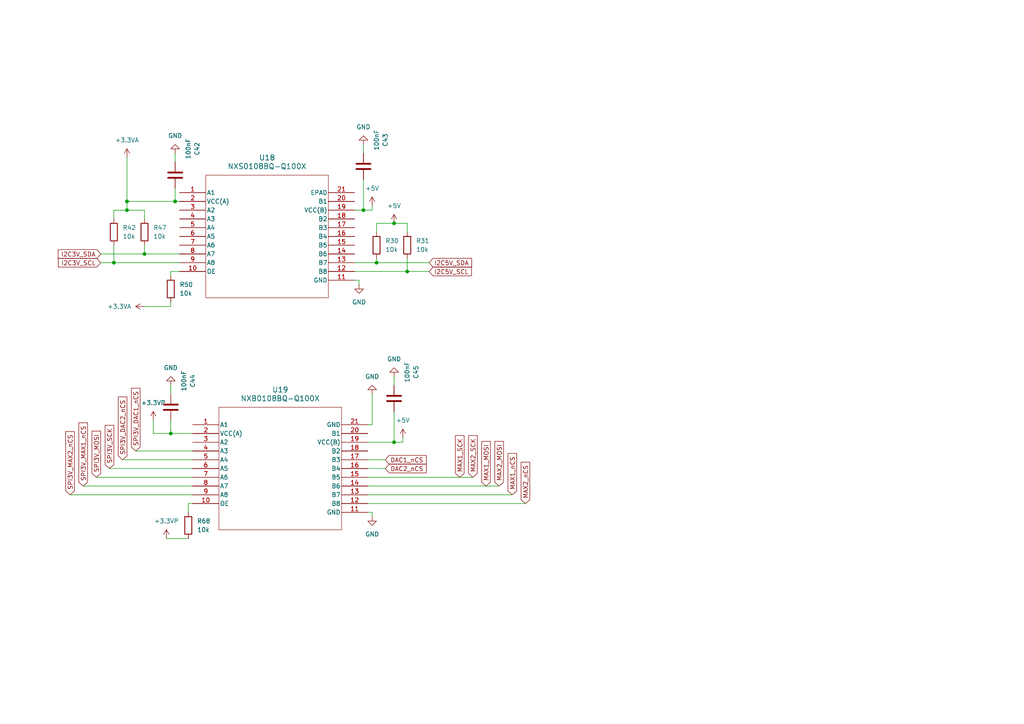
<source format=kicad_sch>
(kicad_sch (version 20230121) (generator eeschema)
  (paper "A4")
  (lib_symbols
    (symbol "0A_NXB0108BQ-Q100X:NXB0108BQ-Q100X" (pin_names (offset 0.254))
      (property "Reference" "U" (at 25.4 10.16 0))
      (property "Value" "NXB0108BQ-Q100X" (at 25.4 7.62 0))
      (symbol "NXB0108BQ-Q100X_0_1"
        (polyline (pts (xy 7.62 -30.48) (xy 43.18 -30.48)) (stroke (width 0.127)))
        (polyline (pts (xy 7.62 5.08) (xy 7.62 -30.48)) (stroke (width 0.127)))
        (polyline (pts (xy 43.18 -30.48) (xy 43.18 5.08)) (stroke (width 0.127)))
        (polyline (pts (xy 43.18 5.08) (xy 7.62 5.08)) (stroke (width 0.127)))
        (pin bidirectional line (at 0 0 0) (length 7.62) (name "A1") (number "1"))
        (pin input line (at 0 -22.86 0) (length 7.62) (name "OE") (number "10"))
        (pin power_out line (at 50.8 -25.4 180) (length 7.62) (name "GND") (number "11"))
        (pin bidirectional line (at 50.8 -22.86 180) (length 7.62) (name "B8") (number "12"))
        (pin bidirectional line (at 50.8 -20.32 180) (length 7.62) (name "B7") (number "13"))
        (pin bidirectional line (at 50.8 -17.78 180) (length 7.62) (name "B6") (number "14"))
        (pin bidirectional line (at 50.8 -15.24 180) (length 7.62) (name "B5") (number "15"))
        (pin bidirectional line (at 50.8 -12.7 180) (length 7.62) (name "B4") (number "16"))
        (pin bidirectional line (at 50.8 -10.16 180) (length 7.62) (name "B3") (number "17"))
        (pin bidirectional line (at 50.8 -7.62 180) (length 7.62) (name "B2") (number "18"))
        (pin power_in line (at 50.8 -5.08 180) (length 7.62) (name "VCC(B)") (number "19"))
        (pin power_in line (at 0 -2.54 0) (length 7.62) (name "VCC(A)") (number "2"))
        (pin bidirectional line (at 50.8 -2.54 180) (length 7.62) (name "B1") (number "20"))
        (pin power_out line (at 50.8 0 180) (length 7.62) (name "GND") (number "21"))
        (pin bidirectional line (at 0 -5.08 0) (length 7.62) (name "A2") (number "3"))
        (pin bidirectional line (at 0 -7.62 0) (length 7.62) (name "A3") (number "4"))
        (pin bidirectional line (at 0 -10.16 0) (length 7.62) (name "A4") (number "5"))
        (pin bidirectional line (at 0 -12.7 0) (length 7.62) (name "A5") (number "6"))
        (pin bidirectional line (at 0 -15.24 0) (length 7.62) (name "A6") (number "7"))
        (pin bidirectional line (at 0 -17.78 0) (length 7.62) (name "A7") (number "8"))
        (pin bidirectional line (at 0 -20.32 0) (length 7.62) (name "A8") (number "9"))
      )
    )
    (symbol "0A_NXS0108BQ-Q100X:NXS0108BQ-Q100X" (pin_names (offset 0.254))
      (property "Reference" "U" (at 25.4 10.16 0))
      (property "Value" "NXS0108BQ-Q100X" (at 25.4 7.62 0))
      (symbol "NXS0108BQ-Q100X_0_1"
        (polyline (pts (xy 7.62 -30.48) (xy 43.18 -30.48)) (stroke (width 0.127)))
        (polyline (pts (xy 7.62 5.08) (xy 7.62 -30.48)) (stroke (width 0.127)))
        (polyline (pts (xy 43.18 -30.48) (xy 43.18 5.08)) (stroke (width 0.127)))
        (polyline (pts (xy 43.18 5.08) (xy 7.62 5.08)) (stroke (width 0.127)))
        (pin bidirectional line (at 0 0 0) (length 7.62) (name "A1") (number "1"))
        (pin unspecified line (at 0 -22.86 0) (length 7.62) (name "OE") (number "10"))
        (pin power_out line (at 50.8 -25.4 180) (length 7.62) (name "GND") (number "11"))
        (pin bidirectional line (at 50.8 -22.86 180) (length 7.62) (name "B8") (number "12"))
        (pin bidirectional line (at 50.8 -20.32 180) (length 7.62) (name "B7") (number "13"))
        (pin bidirectional line (at 50.8 -17.78 180) (length 7.62) (name "B6") (number "14"))
        (pin bidirectional line (at 50.8 -15.24 180) (length 7.62) (name "B5") (number "15"))
        (pin bidirectional line (at 50.8 -12.7 180) (length 7.62) (name "B4") (number "16"))
        (pin bidirectional line (at 50.8 -10.16 180) (length 7.62) (name "B3") (number "17"))
        (pin bidirectional line (at 50.8 -7.62 180) (length 7.62) (name "B2") (number "18"))
        (pin power_in line (at 50.8 -5.08 180) (length 7.62) (name "VCC(B)") (number "19"))
        (pin power_in line (at 0 -2.54 0) (length 7.62) (name "VCC(A)") (number "2"))
        (pin bidirectional line (at 50.8 -2.54 180) (length 7.62) (name "B1") (number "20"))
        (pin unspecified line (at 50.8 0 180) (length 7.62) (name "EPAD") (number "21"))
        (pin bidirectional line (at 0 -5.08 0) (length 7.62) (name "A2") (number "3"))
        (pin bidirectional line (at 0 -7.62 0) (length 7.62) (name "A3") (number "4"))
        (pin bidirectional line (at 0 -10.16 0) (length 7.62) (name "A4") (number "5"))
        (pin bidirectional line (at 0 -12.7 0) (length 7.62) (name "A5") (number "6"))
        (pin bidirectional line (at 0 -15.24 0) (length 7.62) (name "A6") (number "7"))
        (pin bidirectional line (at 0 -17.78 0) (length 7.62) (name "A7") (number "8"))
        (pin bidirectional line (at 0 -20.32 0) (length 7.62) (name "A8") (number "9"))
      )
    )
    (symbol "Device:C" (pin_numbers hide) (pin_names (offset 0.254))
      (property "Reference" "C" (at 0.635 2.54 0))
      (property "Value" "C" (at 0.635 -2.54 0))
      (symbol "C_0_1"
        (polyline (pts (xy -2.032 -0.762) (xy 2.032 -0.762)) (stroke (width 0.508)))
        (polyline (pts (xy -2.032 0.762) (xy 2.032 0.762)) (stroke (width 0.508)))
      )
      (symbol "C_1_1"
        (pin passive line (at 0 3.81 270) (length 2.794) (name "~") (number "1"))
        (pin passive line (at 0 -3.81 90) (length 2.794) (name "~") (number "2"))
      )
    )
    (symbol "Device:R" (pin_numbers hide) (pin_names (offset 0))
      (property "Reference" "R" (at 2.032 0 90))
      (property "Value" "R" (at 0 0 90))
      (symbol "R_0_1"
        (rectangle (start -1.016 -2.54) (end 1.016 2.54) (stroke (width 0.254)))
      )
      (symbol "R_1_1"
        (pin passive line (at 0 3.81 270) (length 1.27) (name "~") (number "1"))
        (pin passive line (at 0 -3.81 90) (length 1.27) (name "~") (number "2"))
      )
    )
    (symbol "power:+3.3VA" (power) (pin_names (offset 0))
      (property "Value" "+3.3VA" (at 0 3.556 0))
      (symbol "+3.3VA_0_1"
        (polyline (pts (xy -0.762 1.27) (xy 0 2.54)))
        (polyline (pts (xy 0 0) (xy 0 2.54)))
        (polyline (pts (xy 0 2.54) (xy 0.762 1.27)))
      )
      (symbol "+3.3VA_1_1"
        (pin power_in line (at 0 0 90) (length 0) hide (name "+3.3VA") (number "1"))
      )
    )
    (symbol "power:+3.3VP" (power) (pin_names (offset 0))
      (property "Value" "+3.3VP" (at 0 2.54 0))
      (symbol "+3.3VP_0_0"
        (pin power_in line (at 0 0 90) (length 0) hide (name "+3.3VP") (number "1"))
      )
      (symbol "+3.3VP_0_1"
        (polyline (pts (xy -0.762 1.27) (xy 0 2.54)))
        (polyline (pts (xy 0 0) (xy 0 2.54)))
        (polyline (pts (xy 0 2.54) (xy 0.762 1.27)))
      )
    )
    (symbol "power:+5V" (power) (pin_names (offset 0))
      (property "Value" "+5V" (at 0 3.556 0))
      (symbol "+5V_0_1"
        (polyline (pts (xy -0.762 1.27) (xy 0 2.54)))
        (polyline (pts (xy 0 0) (xy 0 2.54)))
        (polyline (pts (xy 0 2.54) (xy 0.762 1.27)))
      )
      (symbol "+5V_1_1"
        (pin power_in line (at 0 0 90) (length 0) hide (name "+5V") (number "1"))
      )
    )
    (symbol "power:GND" (power) (pin_names (offset 0))
      (property "Value" "GND" (at 0 -3.81 0))
      (symbol "GND_0_1"
        (polyline (pts (xy 0 0) (xy 0 -1.27) (xy 1.27 -1.27) (xy 0 -2.54) (xy -1.27 -1.27) (xy 0 -1.27)))
      )
      (symbol "GND_1_1"
        (pin power_in line (at 0 0 270) (length 0) hide (name "GND") (number "1"))
      )
    )
  )
  (junction (at 41.91 73.66))
  (junction (at 105.41 60.96))
  (junction (at 36.83 60.96))
  (junction (at 118.11 78.74))
  (junction (at 49.53 125.73))
  (junction (at 114.3 64.77))
  (junction (at 36.83 58.42))
  (junction (at 114.3 128.27))
  (junction (at 109.22 76.2))
  (junction (at 50.8 58.42))
  (junction (at 33.02 76.2))
  (wire (pts (xy 118.11 67.31) (xy 118.11 64.77)))
  (wire (pts (xy 49.53 78.74) (xy 49.53 80.01)))
  (wire (pts (xy 49.53 87.63) (xy 49.53 88.9)))
  (wire (pts (xy 36.83 45.72) (xy 36.83 58.42)))
  (wire (pts (xy 54.61 146.05) (xy 55.88 146.05)))
  (wire (pts (xy 33.02 60.96) (xy 36.83 60.96)))
  (wire (pts (xy 36.83 58.42) (xy 50.8 58.42)))
  (wire (pts (xy 107.95 59.69) (xy 107.95 60.96)))
  (wire (pts (xy 29.21 73.66) (xy 41.91 73.66)))
  (wire (pts (xy 107.95 148.59) (xy 107.95 149.86)))
  (wire (pts (xy 105.41 52.07) (xy 105.41 60.96)))
  (wire (pts (xy 109.22 64.77) (xy 109.22 67.31)))
  (wire (pts (xy 20.32 143.51) (xy 55.88 143.51)))
  (wire (pts (xy 49.53 121.92) (xy 49.53 125.73)))
  (wire (pts (xy 102.87 78.74) (xy 118.11 78.74)))
  (wire (pts (xy 49.53 111.76) (xy 49.53 114.3)))
  (wire (pts (xy 35.56 133.35) (xy 55.88 133.35)))
  (wire (pts (xy 50.8 44.45) (xy 50.8 46.99)))
  (wire (pts (xy 33.02 60.96) (xy 33.02 63.5)))
  (wire (pts (xy 105.41 41.91) (xy 105.41 44.45)))
  (wire (pts (xy 50.8 54.61) (xy 50.8 58.42)))
  (wire (pts (xy 106.68 135.89) (xy 111.76 135.89)))
  (wire (pts (xy 109.22 76.2) (xy 102.87 76.2)))
  (wire (pts (xy 27.94 138.43) (xy 55.88 138.43)))
  (wire (pts (xy 109.22 74.93) (xy 109.22 76.2)))
  (wire (pts (xy 114.3 119.38) (xy 114.3 128.27)))
  (wire (pts (xy 107.95 60.96) (xy 105.41 60.96)))
  (wire (pts (xy 107.95 114.3) (xy 107.95 123.19)))
  (wire (pts (xy 41.91 71.12) (xy 41.91 73.66)))
  (wire (pts (xy 118.11 64.77) (xy 114.3 64.77)))
  (wire (pts (xy 41.91 73.66) (xy 52.07 73.66)))
  (wire (pts (xy 52.07 78.74) (xy 49.53 78.74)))
  (wire (pts (xy 52.07 58.42) (xy 50.8 58.42)))
  (wire (pts (xy 44.45 125.73) (xy 49.53 125.73)))
  (wire (pts (xy 109.22 76.2) (xy 124.46 76.2)))
  (wire (pts (xy 33.02 71.12) (xy 33.02 76.2)))
  (wire (pts (xy 106.68 146.05) (xy 152.4 146.05)))
  (wire (pts (xy 106.68 128.27) (xy 114.3 128.27)))
  (wire (pts (xy 118.11 78.74) (xy 118.11 74.93)))
  (wire (pts (xy 104.14 81.28) (xy 104.14 82.55)))
  (wire (pts (xy 41.91 63.5) (xy 41.91 60.96)))
  (wire (pts (xy 29.21 76.2) (xy 33.02 76.2)))
  (wire (pts (xy 33.02 76.2) (xy 52.07 76.2)))
  (wire (pts (xy 116.84 127) (xy 116.84 128.27)))
  (wire (pts (xy 105.41 60.96) (xy 102.87 60.96)))
  (wire (pts (xy 106.68 148.59) (xy 107.95 148.59)))
  (wire (pts (xy 49.53 125.73) (xy 55.88 125.73)))
  (wire (pts (xy 106.68 133.35) (xy 111.76 133.35)))
  (wire (pts (xy 44.45 121.92) (xy 44.45 125.73)))
  (wire (pts (xy 106.68 140.97) (xy 144.78 140.97)))
  (wire (pts (xy 41.91 88.9) (xy 49.53 88.9)))
  (wire (pts (xy 106.68 138.43) (xy 137.16 138.43)))
  (wire (pts (xy 24.13 140.97) (xy 55.88 140.97)))
  (wire (pts (xy 36.83 60.96) (xy 41.91 60.96)))
  (wire (pts (xy 39.37 130.81) (xy 55.88 130.81)))
  (wire (pts (xy 116.84 128.27) (xy 114.3 128.27)))
  (wire (pts (xy 54.61 156.21) (xy 48.26 156.21)))
  (wire (pts (xy 118.11 78.74) (xy 124.46 78.74)))
  (wire (pts (xy 114.3 109.22) (xy 114.3 111.76)))
  (wire (pts (xy 106.68 143.51) (xy 148.59 143.51)))
  (wire (pts (xy 107.95 123.19) (xy 106.68 123.19)))
  (wire (pts (xy 54.61 146.05) (xy 54.61 148.59)))
  (wire (pts (xy 36.83 58.42) (xy 36.83 60.96)))
  (wire (pts (xy 102.87 81.28) (xy 104.14 81.28)))
  (wire (pts (xy 31.75 135.89) (xy 55.88 135.89)))
  (wire (pts (xy 114.3 64.77) (xy 109.22 64.77)))
  (global_label "SPI3V_SCK" (shape input) (at 31.75 135.89 90) (property "Intersheetrefs" "${INTERSHEET_REFS}" (effects hide)))
  (global_label "SPI3V_MAX1_nCS" (shape input) (at 24.13 140.97 90) (property "Intersheetrefs" "${INTERSHEET_REFS}" (effects hide)))
  (global_label "MAX2_SCK" (shape input) (at 137.16 138.43 90) (property "Intersheetrefs" "${INTERSHEET_REFS}" (effects hide)))
  (global_label "DAC2_nCS" (shape input) (at 111.76 135.89 0) (property "Intersheetrefs" "${INTERSHEET_REFS}" (effects hide)))
  (global_label "I2C3V_SDA" (shape input) (at 29.21 73.66 180) (property "Intersheetrefs" "${INTERSHEET_REFS}" (effects hide)))
  (global_label "MAX2_nCS" (shape input) (at 152.4 146.05 90) (property "Intersheetrefs" "${INTERSHEET_REFS}" (effects hide)))
  (global_label "SPI3V_MAX2_nCS" (shape input) (at 20.32 143.51 90) (property "Intersheetrefs" "${INTERSHEET_REFS}" (effects hide)))
  (global_label "MAX1_MOSI" (shape input) (at 140.97 140.97 90) (property "Intersheetrefs" "${INTERSHEET_REFS}" (effects hide)))
  (global_label "SPI3V_DAC2_nCS" (shape input) (at 35.56 133.35 90) (property "Intersheetrefs" "${INTERSHEET_REFS}" (effects hide)))
  (global_label "MAX2_MOSI" (shape input) (at 144.78 140.97 90) (property "Intersheetrefs" "${INTERSHEET_REFS}" (effects hide)))
  (global_label "SPI3V_MOSI" (shape input) (at 27.94 138.43 90) (property "Intersheetrefs" "${INTERSHEET_REFS}" (effects hide)))
  (global_label "I2C5V_SDA" (shape input) (at 124.46 76.2 0) (property "Intersheetrefs" "${INTERSHEET_REFS}" (effects hide)))
  (global_label "I2C5V_SCL" (shape input) (at 124.46 78.74 0) (property "Intersheetrefs" "${INTERSHEET_REFS}" (effects hide)))
  (global_label "SPI3V_DAC1_nCS" (shape input) (at 39.37 130.81 90) (property "Intersheetrefs" "${INTERSHEET_REFS}" (effects hide)))
  (global_label "I2C3V_SCL" (shape input) (at 29.21 76.2 180) (property "Intersheetrefs" "${INTERSHEET_REFS}" (effects hide)))
  (global_label "MAX1_SCK" (shape input) (at 133.35 138.43 90) (property "Intersheetrefs" "${INTERSHEET_REFS}" (effects hide)))
  (global_label "MAX1_nCS" (shape input) (at 148.59 143.51 90) (property "Intersheetrefs" "${INTERSHEET_REFS}" (effects hide)))
  (global_label "DAC1_nCS" (shape input) (at 111.76 133.35 0) (property "Intersheetrefs" "${INTERSHEET_REFS}" (effects hide)))
  (symbol (lib_id "0A_NXB0108BQ-Q100X:NXB0108BQ-Q100X") (at 55.88 123.19 0) (unit 1)
    (property "Reference" "U19" (at 81.28 113.03 0) (effects (font (size 1.524 1.524))))
    (property "Value" "NXB0108BQ-Q100X" (at 81.28 115.57 0) (effects (font (size 1.524 1.524))))
    (property "Footprint" "0A_NXB0108BQ-Q100X:DHVQFN20_SOT764-1_NEX" (effects hide))
    (property "Datasheet" "NXB0108BQ-Q100X" (effects hide))
  )
  (symbol (lib_id "Device:C") (at 49.53 118.11 0) (mirror x) (unit 1)
    (property "Reference" "C44" (at 55.88 110.49 90))
    (property "Value" "100nF" (at 53.34 110.49 90))
    (property "Footprint" "Capacitor_SMD:C_0805_2012Metric" (effects hide))
  )
  (symbol (lib_id "power:+5V") (at 107.95 59.69 0) (unit 1)
    (property "Reference" "#PWR0127" (effects hide))
    (property "Value" "+5V" (at 107.95 54.61 0))
  )
  (symbol (lib_id "0A_NXS0108BQ-Q100X:NXS0108BQ-Q100X") (at 52.07 55.88 0) (unit 1)
    (property "Reference" "U18" (at 77.47 45.72 0) (effects (font (size 1.524 1.524))))
    (property "Value" "NXS0108BQ-Q100X" (at 77.47 48.26 0) (effects (font (size 1.524 1.524))))
    (property "Footprint" "0A_NXS0108BQ-Q100X:DHVQFN20_SOT764-1_NEX" (effects hide))
    (property "Datasheet" "NXS0108BQX" (effects hide))
  )
  (symbol (lib_id "Device:R") (at 49.53 83.82 180) (unit 1)
    (property "Reference" "R50" (at 52.07 82.55 0) (effects (justify right)))
    (property "Value" "10k" (at 52.07 85.09 0) (effects (justify right)))
    (property "Footprint" "Resistor_SMD:R_0805_2012Metric" (effects hide))
  )
  (symbol (lib_id "power:GND") (at 50.8 44.45 180) (unit 1)
    (property "Reference" "#PWR0134" (effects hide))
    (property "Value" "GND" (at 50.8 39.37 0))
  )
  (symbol (lib_id "power:GND") (at 107.95 114.3 180) (unit 1)
    (property "Reference" "#PWR0133" (effects hide))
    (property "Value" "GND" (at 107.95 109.22 0))
  )
  (symbol (lib_id "Device:R") (at 54.61 152.4 180) (unit 1)
    (property "Reference" "R68" (at 57.15 151.13 0) (effects (justify right)))
    (property "Value" "10k" (at 57.15 153.67 0) (effects (justify right)))
    (property "Footprint" "Resistor_SMD:R_0805_2012Metric" (effects hide))
  )
  (symbol (lib_id "power:+3.3VA") (at 41.91 88.9 90) (unit 1)
    (property "Reference" "#PWR0128" (effects hide))
    (property "Value" "+3.3VA" (at 38.1 88.9 90) (effects (justify left)))
  )
  (symbol (lib_id "power:+3.3VP") (at 44.45 121.92 0) (unit 1)
    (property "Reference" "#PWR0129" (effects hide))
    (property "Value" "+3.3VP" (at 44.45 116.84 0))
  )
  (symbol (lib_id "power:GND") (at 107.95 149.86 0) (unit 1)
    (property "Reference" "#PWR0140" (effects hide))
    (property "Value" "GND" (at 107.95 154.94 0))
  )
  (symbol (lib_id "Device:C") (at 105.41 48.26 0) (mirror x) (unit 1)
    (property "Reference" "C43" (at 111.76 40.64 90))
    (property "Value" "100nF" (at 109.22 40.64 90))
    (property "Footprint" "Capacitor_SMD:C_0805_2012Metric" (effects hide))
  )
  (symbol (lib_id "power:GND") (at 104.14 82.55 0) (unit 1)
    (property "Reference" "#PWR0130" (effects hide))
    (property "Value" "GND" (at 104.14 87.63 0))
  )
  (symbol (lib_id "Device:R") (at 33.02 67.31 180) (unit 1)
    (property "Reference" "R42" (at 35.56 66.04 0) (effects (justify right)))
    (property "Value" "10k" (at 35.56 68.58 0) (effects (justify right)))
    (property "Footprint" "Resistor_SMD:R_0805_2012Metric" (effects hide))
  )
  (symbol (lib_id "power:+3.3VA") (at 36.83 45.72 0) (unit 1)
    (property "Reference" "#PWR0143" (effects hide))
    (property "Value" "+3.3VA" (at 36.83 40.64 0))
  )
  (symbol (lib_id "power:+5V") (at 116.84 127 0) (unit 1)
    (property "Reference" "#PWR0139" (effects hide))
    (property "Value" "+5V" (at 116.84 121.92 0))
  )
  (symbol (lib_id "power:+3.3VP") (at 48.26 156.21 0) (unit 1)
    (property "Reference" "#PWR0131" (effects hide))
    (property "Value" "+3.3VP" (at 48.26 151.13 0))
  )
  (symbol (lib_id "Device:C") (at 114.3 115.57 0) (mirror x) (unit 1)
    (property "Reference" "C45" (at 120.65 107.95 90))
    (property "Value" "100nF" (at 118.11 107.95 90))
    (property "Footprint" "Capacitor_SMD:C_0805_2012Metric" (effects hide))
  )
  (symbol (lib_id "Device:R") (at 41.91 67.31 180) (unit 1)
    (property "Reference" "R47" (at 44.45 66.04 0) (effects (justify right)))
    (property "Value" "10k" (at 44.45 68.58 0) (effects (justify right)))
    (property "Footprint" "Resistor_SMD:R_0805_2012Metric" (effects hide))
  )
  (symbol (lib_id "power:GND") (at 114.3 109.22 180) (unit 1)
    (property "Reference" "#PWR0138" (effects hide))
    (property "Value" "GND" (at 114.3 104.14 0))
  )
  (symbol (lib_id "Device:R") (at 109.22 71.12 180) (unit 1)
    (property "Reference" "R30" (at 111.76 69.85 0) (effects (justify right)))
    (property "Value" "10k" (at 111.76 72.39 0) (effects (justify right)))
    (property "Footprint" "Resistor_SMD:R_0805_2012Metric" (effects hide))
  )
  (symbol (lib_id "Device:R") (at 118.11 71.12 180) (unit 1)
    (property "Reference" "R31" (at 120.65 69.85 0) (effects (justify right)))
    (property "Value" "10k" (at 120.65 72.39 0) (effects (justify right)))
    (property "Footprint" "Resistor_SMD:R_0805_2012Metric" (effects hide))
  )
  (symbol (lib_id "power:+5V") (at 114.3 64.77 0) (unit 1)
    (property "Reference" "#PWR048" (effects hide))
    (property "Value" "+5V" (at 114.3 59.69 0))
  )
  (symbol (lib_id "Device:C") (at 50.8 50.8 0) (mirror x) (unit 1)
    (property "Reference" "C42" (at 57.15 43.18 90))
    (property "Value" "100nF" (at 54.61 43.18 90))
    (property "Footprint" "Capacitor_SMD:C_0805_2012Metric" (effects hide))
  )
  (symbol (lib_id "power:GND") (at 105.41 41.91 180) (unit 1)
    (property "Reference" "#PWR0135" (effects hide))
    (property "Value" "GND" (at 105.41 36.83 0))
  )
  (symbol (lib_id "power:GND") (at 49.53 111.76 180) (unit 1)
    (property "Reference" "#PWR0136" (effects hide))
    (property "Value" "GND" (at 49.53 106.68 0))
  )
)
</source>
